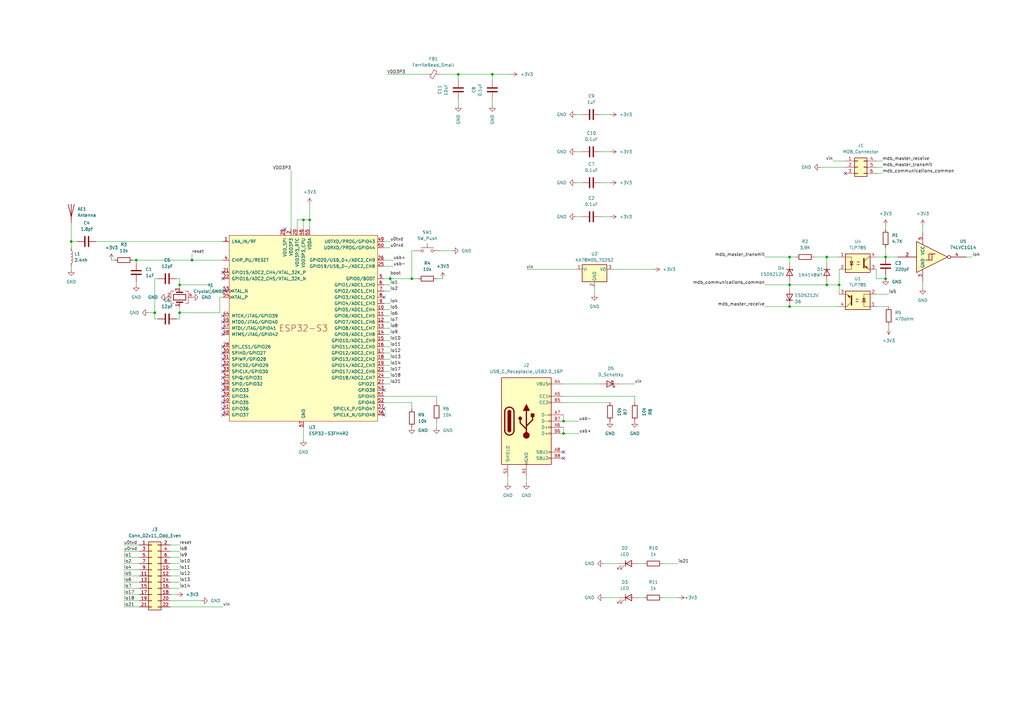
<source format=kicad_sch>
(kicad_sch (version 20250114) (generator "eeschema") (generator_version "9.0")
  (paper "A3")
  (lib_symbols
    (symbol "74xGxx:74LVC1G14"
      (property "Reference" "U" (at 0 3.81 0))
      (property "Value" "74LVC1G14" (at 0 -3.81 0))
      (symbol "74LVC1G14_1_1"
        (pin input line (at -15.24 0 0) (length 7.62) (name "~") (number "2"))
        (pin no_connect line (at -7.62 5.08 180) (length 5.08) (hide yes) (name "NC") (number "1"))
        (pin power_in line (at -5.08 10.16 270) (length 5.08) (name "VCC") (number "5"))
        (pin power_in line (at -5.08 -10.16 90) (length 5.08) (name "GND") (number "3"))
        (pin output inverted (at 12.7 0 180) (length 7.62) (name "~") (number "4"))
      )
    )
    (symbol "Connector:USB_C_Receptacle_USB2.0_16P" (pin_names (offset 1.016))
      (property "Reference" "J" (at 0 22.225 0))
      (property "Value" "USB_C_Receptacle_USB2.0_16P" (at 0 19.685 0))
      (symbol "USB_C_Receptacle_USB2.0_16P_1_1"
        (pin passive line (at -7.62 -22.86 90) (length 5.08) (name "SHIELD") (number "S1"))
        (pin passive line (at 0 -22.86 90) (length 5.08) (name "GND") (number "A1"))
        (pin passive line (at 0 -22.86 90) (length 5.08) (hide yes) (name "GND") (number "A12"))
        (pin passive line (at 0 -22.86 90) (length 5.08) (hide yes) (name "GND") (number "B1"))
        (pin passive line (at 0 -22.86 90) (length 5.08) (hide yes) (name "GND") (number "B12"))
        (pin passive line (at 15.24 15.24 180) (length 5.08) (name "VBUS") (number "A4"))
        (pin passive line (at 15.24 15.24 180) (length 5.08) (hide yes) (name "VBUS") (number "A9"))
        (pin passive line (at 15.24 15.24 180) (length 5.08) (hide yes) (name "VBUS") (number "B4"))
        (pin passive line (at 15.24 15.24 180) (length 5.08) (hide yes) (name "VBUS") (number "B9"))
        (pin bidirectional line (at 15.24 10.16 180) (length 5.08) (name "CC1") (number "A5"))
        (pin bidirectional line (at 15.24 7.62 180) (length 5.08) (name "CC2") (number "B5"))
        (pin bidirectional line (at 15.24 2.54 180) (length 5.08) (name "D-") (number "A7"))
        (pin bidirectional line (at 15.24 0 180) (length 5.08) (name "D-") (number "B7"))
        (pin bidirectional line (at 15.24 -2.54 180) (length 5.08) (name "D+") (number "A6"))
        (pin bidirectional line (at 15.24 -5.08 180) (length 5.08) (name "D+") (number "B6"))
        (pin bidirectional line (at 15.24 -12.7 180) (length 5.08) (name "SBU1") (number "A8"))
        (pin bidirectional line (at 15.24 -15.24 180) (length 5.08) (name "SBU2") (number "B8"))
      )
    )
    (symbol "Connector_Generic:Conn_02x03_Top_Bottom" (pin_names (offset 1.016) (hide yes))
      (property "Reference" "J" (at 1.27 5.08 0))
      (property "Value" "Conn_02x03_Top_Bottom" (at 1.27 -5.08 0))
      (symbol "Conn_02x03_Top_Bottom_1_1"
        (pin passive line (at -5.08 2.54 0) (length 3.81) (name "Pin_1") (number "1"))
        (pin passive line (at -5.08 0 0) (length 3.81) (name "Pin_2") (number "2"))
        (pin passive line (at -5.08 -2.54 0) (length 3.81) (name "Pin_3") (number "3"))
        (pin passive line (at 7.62 2.54 180) (length 3.81) (name "Pin_4") (number "4"))
        (pin passive line (at 7.62 0 180) (length 3.81) (name "Pin_5") (number "5"))
        (pin passive line (at 7.62 -2.54 180) (length 3.81) (name "Pin_6") (number "6"))
      )
    )
    (symbol "Connector_Generic:Conn_02x11_Odd_Even" (pin_names (offset 1.016) (hide yes))
      (property "Reference" "J" (at 1.27 15.24 0))
      (property "Value" "Conn_02x11_Odd_Even" (at 1.27 -15.24 0))
      (symbol "Conn_02x11_Odd_Even_1_1"
        (pin passive line (at -5.08 12.7 0) (length 3.81) (name "Pin_1") (number "1"))
        (pin passive line (at -5.08 10.16 0) (length 3.81) (name "Pin_3") (number "3"))
        (pin passive line (at -5.08 7.62 0) (length 3.81) (name "Pin_5") (number "5"))
        (pin passive line (at -5.08 5.08 0) (length 3.81) (name "Pin_7") (number "7"))
        (pin passive line (at -5.08 2.54 0) (length 3.81) (name "Pin_9") (number "9"))
        (pin passive line (at -5.08 0 0) (length 3.81) (name "Pin_11") (number "11"))
        (pin passive line (at -5.08 -2.54 0) (length 3.81) (name "Pin_13") (number "13"))
        (pin passive line (at -5.08 -5.08 0) (length 3.81) (name "Pin_15") (number "15"))
        (pin passive line (at -5.08 -7.62 0) (length 3.81) (name "Pin_17") (number "17"))
        (pin passive line (at -5.08 -10.16 0) (length 3.81) (name "Pin_19") (number "19"))
        (pin passive line (at -5.08 -12.7 0) (length 3.81) (name "Pin_21") (number "21"))
        (pin passive line (at 7.62 12.7 180) (length 3.81) (name "Pin_2") (number "2"))
        (pin passive line (at 7.62 10.16 180) (length 3.81) (name "Pin_4") (number "4"))
        (pin passive line (at 7.62 7.62 180) (length 3.81) (name "Pin_6") (number "6"))
        (pin passive line (at 7.62 5.08 180) (length 3.81) (name "Pin_8") (number "8"))
        (pin passive line (at 7.62 2.54 180) (length 3.81) (name "Pin_10") (number "10"))
        (pin passive line (at 7.62 0 180) (length 3.81) (name "Pin_12") (number "12"))
        (pin passive line (at 7.62 -2.54 180) (length 3.81) (name "Pin_14") (number "14"))
        (pin passive line (at 7.62 -5.08 180) (length 3.81) (name "Pin_16") (number "16"))
        (pin passive line (at 7.62 -7.62 180) (length 3.81) (name "Pin_18") (number "18"))
        (pin passive line (at 7.62 -10.16 180) (length 3.81) (name "Pin_20") (number "20"))
        (pin passive line (at 7.62 -12.7 180) (length 3.81) (name "Pin_22") (number "22"))
      )
    )
    (symbol "Device:Antenna" (pin_numbers (hide yes)) (pin_names (offset 1.016) (hide yes))
      (property "Reference" "AE" (at -1.905 1.905 0))
      (property "Value" "Antenna" (at -1.905 0 0))
      (symbol "Antenna_1_1"
        (pin input line (at 0 -5.08 90) (length 2.54) (name "A") (number "1"))
      )
    )
    (symbol "Device:C" (pin_numbers (hide yes)) (pin_names (offset 0.254))
      (property "Reference" "C" (at 0.635 2.54 0))
      (property "Value" "C" (at 0.635 -2.54 0))
      (symbol "C_1_1"
        (pin passive line (at 0 3.81 270) (length 2.794) (name "~") (number "1"))
        (pin passive line (at 0 -3.81 90) (length 2.794) (name "~") (number "2"))
      )
    )
    (symbol "Device:Crystal_GND24" (pin_names (offset 1.016) (hide yes))
      (property "Reference" "Y" (at 3.175 5.08 0))
      (property "Value" "Crystal_GND24" (at 3.175 3.175 0))
      (symbol "Crystal_GND24_1_1"
        (pin passive line (at -3.81 0 0) (length 1.27) (name "1") (number "1"))
        (pin passive line (at 0 5.08 270) (length 1.27) (name "2") (number "2"))
        (pin passive line (at 0 -5.08 90) (length 1.27) (name "4") (number "4"))
        (pin passive line (at 3.81 0 180) (length 1.27) (name "3") (number "3"))
      )
    )
    (symbol "Device:D_Schottky" (pin_numbers (hide yes)) (pin_names (offset 1.016) (hide yes))
      (property "Reference" "D" (at 0 2.54 0))
      (property "Value" "D_Schottky" (at 0 -2.54 0))
      (symbol "D_Schottky_1_1"
        (pin passive line (at -3.81 0 0) (length 2.54) (name "K") (number "1"))
        (pin passive line (at 3.81 0 180) (length 2.54) (name "A") (number "2"))
      )
    )
    (symbol "Device:FerriteBead_Small" (pin_numbers (hide yes)) (pin_names (offset 0))
      (property "Reference" "FB" (at 1.905 1.27 0))
      (property "Value" "FerriteBead_Small" (at 1.905 -1.27 0))
      (symbol "FerriteBead_Small_1_1"
        (pin passive line (at 0 2.54 270) (length 1.27) (name "~") (number "1"))
        (pin passive line (at 0 -2.54 90) (length 1.27) (name "~") (number "2"))
      )
    )
    (symbol "Device:L" (pin_numbers (hide yes)) (pin_names (offset 1.016) (hide yes))
      (property "Reference" "L" (at -1.27 0 90))
      (property "Value" "L" (at 1.905 0 90))
      (symbol "L_1_1"
        (pin passive line (at 0 3.81 270) (length 1.27) (name "1") (number "1"))
        (pin passive line (at 0 -3.81 90) (length 1.27) (name "2") (number "2"))
      )
    )
    (symbol "Device:LED" (pin_numbers (hide yes)) (pin_names (offset 1.016) (hide yes))
      (property "Reference" "D" (at 0 2.54 0))
      (property "Value" "LED" (at 0 -2.54 0))
      (symbol "LED_1_1"
        (pin passive line (at -3.81 0 0) (length 2.54) (name "K") (number "1"))
        (pin passive line (at 3.81 0 180) (length 2.54) (name "A") (number "2"))
      )
    )
    (symbol "Device:R" (pin_numbers (hide yes)) (pin_names (offset 0))
      (property "Reference" "R" (at 2.032 0 90))
      (property "Value" "R" (at 0 0 90))
      (symbol "R_1_1"
        (pin passive line (at 0 3.81 270) (length 1.27) (name "~") (number "1"))
        (pin passive line (at 0 -3.81 90) (length 1.27) (name "~") (number "2"))
      )
    )
    (symbol "Diode:1N4148WT" (pin_numbers (hide yes)) (pin_names (hide yes))
      (property "Reference" "D" (at 0 2.54 0))
      (property "Value" "1N4148WT" (at 0 -2.54 0))
      (symbol "1N4148WT_1_1"
        (pin passive line (at -3.81 0 0) (length 2.54) (name "K") (number "1"))
        (pin passive line (at 3.81 0 180) (length 2.54) (name "A") (number "2"))
      )
    )
    (symbol "Diode:ESD5Zxx" (pin_numbers (hide yes)) (pin_names (hide yes))
      (property "Reference" "D" (at 0 2.54 0))
      (property "Value" "ESD5Zxx" (at 0 -2.54 0))
      (symbol "ESD5Zxx_1_1"
        (pin passive line (at -3.81 0 0) (length 2.54) (name "K") (number "1"))
        (pin passive line (at 3.81 0 180) (length 2.54) (name "A") (number "2"))
      )
    )
    (symbol "Isolator:TLP785" (pin_names (offset 1.016))
      (property "Reference" "U" (at -5.08 5.08 0))
      (property "Value" "TLP785" (at 0 5.08 0))
      (symbol "TLP785_1_1"
        (pin passive line (at -7.62 2.54 0) (length 2.54) (name "~") (number "1"))
        (pin passive line (at -7.62 -2.54 0) (length 2.54) (name "~") (number "2"))
        (pin passive line (at 7.62 2.54 180) (length 2.54) (name "~") (number "4"))
        (pin passive line (at 7.62 -2.54 180) (length 2.54) (name "~") (number "3"))
      )
    )
    (symbol "PCM_Espressif:ESP32-S3" (pin_names (offset 1.016))
      (property "Reference" "U" (at -30.48 43.18 0))
      (property "Value" "ESP32-S3" (at -30.48 40.64 0))
      (symbol "ESP32-S3_0_0"
        (text "ESP32-S3" (at 0 0 0) (effects (font (size 2.54 2.54))))
        (pin bidirectional line (at 33.02 -33.02 180) (length 2.54) (name "SPICLK_P/GPIO47") (number "37"))
        (pin bidirectional line (at 33.02 -35.56 180) (length 2.54) (name "SPICLK_N/GPIO48") (number "36"))
      )
      (symbol "ESP32-S3_1_1"
        (pin bidirectional line (at -33.02 35.56 0) (length 2.54) (name "LNA_IN/RF") (number "1"))
        (pin input line (at -33.02 27.94 0) (length 2.54) (name "CHIP_PU/RESET") (number "4"))
        (pin bidirectional line (at -33.02 22.86 0) (length 2.54) (name "GPIO15/ADC2_CH4/XTAL_32K_P") (number "21"))
        (pin bidirectional line (at -33.02 20.32 0) (length 2.54) (name "GPIO16/ADC2_CH5/XTAL_32K_N") (number "22"))
        (pin input clock (at -33.02 15.24 0) (length 2.54) (name "XTAL_N") (number "53"))
        (pin output clock (at -33.02 12.7 0) (length 2.54) (name "XTAL_P") (number "54"))
        (pin bidirectional line (at -33.02 5.08 0) (length 2.54) (name "MTCK/JTAG/GPIO39") (number "44"))
        (pin bidirectional line (at -33.02 2.54 0) (length 2.54) (name "MTDO/JTAG/GPIO40") (number "45"))
        (pin bidirectional line (at -33.02 0 0) (length 2.54) (name "MTDI/JTAG/GPIO41") (number "47"))
        (pin bidirectional line (at -33.02 -2.54 0) (length 2.54) (name "MTMS/JTAG/GPIO42") (number "48"))
        (pin bidirectional line (at -33.02 -7.62 0) (length 2.54) (name "SPI_CS1/GPIO26") (number "28"))
        (pin bidirectional line (at -33.02 -10.16 0) (length 2.54) (name "SPIHD/GPIO27") (number "30"))
        (pin bidirectional line (at -33.02 -12.7 0) (length 2.54) (name "SPIWP/GPIO28") (number "31"))
        (pin bidirectional line (at -33.02 -15.24 0) (length 2.54) (name "SPICS0/GPIO29") (number "32"))
        (pin bidirectional line (at -33.02 -17.78 0) (length 2.54) (name "SPICLK/GPIO30") (number "33"))
        (pin bidirectional line (at -33.02 -20.32 0) (length 2.54) (name "SPIQ/GPIO31") (number "34"))
        (pin bidirectional line (at -33.02 -22.86 0) (length 2.54) (name "SPID/GPIO32") (number "35"))
        (pin bidirectional line (at -33.02 -25.4 0) (length 2.54) (name "GPIO33") (number "38"))
        (pin bidirectional line (at -33.02 -27.94 0) (length 2.54) (name "GPIO34") (number "39"))
        (pin bidirectional line (at -33.02 -30.48 0) (length 2.54) (name "GPIO35") (number "40"))
        (pin bidirectional line (at -33.02 -33.02 0) (length 2.54) (name "GPIO36") (number "41"))
        (pin bidirectional line (at -33.02 -35.56 0) (length 2.54) (name "GPIO37") (number "42"))
        (pin power_out line (at -7.62 40.64 270) (length 2.54) (name "VDD_SPI") (number "29"))
        (pin power_in line (at -5.08 40.64 270) (length 2.54) (name "VDD3P3") (number "2"))
        (pin power_in line (at -5.08 40.64 270) (length 2.54) (hide yes) (name "VDD3P3") (number "3"))
        (pin power_in line (at -2.54 40.64 270) (length 2.54) (name "VDD3P3_RTC") (number "20"))
        (pin power_in line (at 0 40.64 270) (length 2.54) (name "VDD3P3_CPU") (number "46"))
        (pin power_in line (at 0 -40.64 90) (length 2.54) (name "GND") (number "57"))
        (pin power_in line (at 2.54 40.64 270) (length 2.54) (name "VDDA") (number "55"))
        (pin passive line (at 2.54 40.64 270) (length 2.54) (hide yes) (name "VDDA") (number "56"))
        (pin bidirectional line (at 33.02 35.56 180) (length 2.54) (name "U0TXD/PROG/GPIO43") (number "49"))
        (pin bidirectional line (at 33.02 33.02 180) (length 2.54) (name "U0RXD/PROG/GPIO44") (number "50"))
        (pin bidirectional line (at 33.02 27.94 180) (length 2.54) (name "GPIO20/USB_D+/ADC2_CH9") (number "26"))
        (pin bidirectional line (at 33.02 25.4 180) (length 2.54) (name "GPIO19/USB_D-/ADC2_CH8") (number "25"))
        (pin bidirectional line (at 33.02 20.32 180) (length 2.54) (name "GPIO0/BOOT") (number "5"))
        (pin bidirectional line (at 33.02 17.78 180) (length 2.54) (name "GPIO1/ADC1_CH0") (number "6"))
        (pin bidirectional line (at 33.02 15.24 180) (length 2.54) (name "GPIO2/ADC1_CH1") (number "7"))
        (pin bidirectional line (at 33.02 12.7 180) (length 2.54) (name "GPIO3/ADC1_CH2") (number "8"))
        (pin bidirectional line (at 33.02 10.16 180) (length 2.54) (name "GPIO4/ADC1_CH3") (number "9"))
        (pin bidirectional line (at 33.02 7.62 180) (length 2.54) (name "GPIO5/ADC1_CH4") (number "10"))
        (pin bidirectional line (at 33.02 5.08 180) (length 2.54) (name "GPIO6/ADC1_CH5") (number "11"))
        (pin bidirectional line (at 33.02 2.54 180) (length 2.54) (name "GPIO7/ADC1_CH6") (number "12"))
        (pin bidirectional line (at 33.02 0 180) (length 2.54) (name "GPIO8/ADC1_CH7") (number "13"))
        (pin bidirectional line (at 33.02 -2.54 180) (length 2.54) (name "GPIO9/ADC1_CH8") (number "14"))
        (pin bidirectional line (at 33.02 -5.08 180) (length 2.54) (name "GPIO10/ADC1_CH9") (number "15"))
        (pin bidirectional line (at 33.02 -7.62 180) (length 2.54) (name "GPIO11/ADC2_CH0") (number "16"))
        (pin bidirectional line (at 33.02 -10.16 180) (length 2.54) (name "GPIO12/ADC2_CH1") (number "17"))
        (pin bidirectional line (at 33.02 -12.7 180) (length 2.54) (name "GPIO13/ADC2_CH2") (number "18"))
        (pin bidirectional line (at 33.02 -15.24 180) (length 2.54) (name "GPIO14/ADC2_CH3") (number "19"))
        (pin bidirectional line (at 33.02 -17.78 180) (length 2.54) (name "GPIO17/ADC2_CH6") (number "23"))
        (pin bidirectional line (at 33.02 -20.32 180) (length 2.54) (name "GPIO18/ADC2_CH7") (number "24"))
        (pin bidirectional line (at 33.02 -22.86 180) (length 2.54) (name "GPIO21") (number "27"))
        (pin bidirectional line (at 33.02 -25.4 180) (length 2.54) (name "GPIO38") (number "43"))
        (pin bidirectional line (at 33.02 -27.94 180) (length 2.54) (name "GPIO45") (number "51"))
        (pin bidirectional line (at 33.02 -30.48 180) (length 2.54) (name "GPIO46") (number "52"))
      )
    )
    (symbol "Regulator_Linear:KA78M05_TO252" (pin_names (offset 0.254))
      (property "Reference" "U" (at -3.81 3.175 0))
      (property "Value" "KA78M05_TO252" (at 0 3.175 0))
      (symbol "KA78M05_TO252_1_1"
        (pin power_in line (at -7.62 0 0) (length 2.54) (name "VI") (number "1"))
        (pin power_in line (at 0 -7.62 90) (length 2.54) (name "GND") (number "2"))
        (pin power_out line (at 7.62 0 180) (length 2.54) (name "VO") (number "3"))
      )
    )
    (symbol "Switch:SW_Push" (pin_numbers (hide yes)) (pin_names (offset 1.016) (hide yes))
      (property "Reference" "SW" (at 1.27 2.54 0))
      (property "Value" "SW_Push" (at 0 -1.524 0))
      (symbol "SW_Push_0_1"
        (pin passive line (at -5.08 0 0) (length 2.54) (name "1") (number "1"))
        (pin passive line (at 5.08 0 180) (length 2.54) (name "2") (number "2"))
      )
    )
    (symbol "power:+3V3" (power) (pin_names (offset 0))
      (property "Value" "+3V3" (at 0 3.556 0))
      (symbol "+3V3_1_1"
        (pin power_in line (at 0 0 90) (length 0) (hide yes) (name "+3V3") (number "1"))
      )
    )
    (symbol "power:GND" (power) (pin_names (offset 0))
      (property "Value" "GND" (at 0 -3.81 0))
      (symbol "GND_1_1"
        (pin power_in line (at 0 0 270) (length 0) (hide yes) (name "GND") (number "1"))
      )
    )
  )
  (text_box "VMC_" (at 492.76 147.32 0) (size 90.17 100.33) (margins 0.9525 0.9525 0.9525 0.9525) (effects (font (size 1.27 1.27)) (justify left top)))
  (junction (at 160.02 114.3))
  (junction (at 168.91 114.3))
  (junction (at 78.74 106.68))
  (junction (at 231.14 177.8))
  (junction (at 363.22 114.3))
  (junction (at 73.66 128.27))
  (junction (at 73.66 116.84))
  (junction (at 127 90.17))
  (junction (at 363.22 105.41))
  (junction (at 63.5 128.27))
  (junction (at 323.85 116.84))
  (junction (at 231.14 172.72))
  (junction (at 323.85 105.41))
  (junction (at 201.93 30.48))
  (junction (at 323.85 125.73))
  (junction (at 339.09 105.41))
  (junction (at 55.88 106.68))
  (junction (at 29.21 99.06))
  (junction (at 187.96 30.48))
  (junction (at 339.09 116.84))
  (junction (at 124.46 90.17))
  (junction (at 344.17 116.84))
  (no_connect (at 231.14 185.42))
  (no_connect (at 91.44 160.02))
  (no_connect (at 346.71 71.12))
  (no_connect (at 231.14 187.96))
  (no_connect (at 91.44 142.24))
  (no_connect (at 91.44 162.56))
  (no_connect (at 91.44 134.62))
  (no_connect (at 91.44 149.86))
  (no_connect (at 91.44 114.3))
  (no_connect (at 91.44 170.18))
  (no_connect (at 91.44 147.32))
  (no_connect (at 91.44 154.94))
  (no_connect (at 116.84 93.98))
  (no_connect (at 91.44 132.08))
  (no_connect (at 91.44 137.16))
  (no_connect (at 91.44 111.76))
  (no_connect (at 91.44 167.64))
  (no_connect (at 91.44 157.48))
  (no_connect (at 157.48 160.02))
  (no_connect (at 157.48 170.18))
  (no_connect (at 91.44 152.4))
  (no_connect (at 157.48 121.92))
  (no_connect (at 91.44 165.1))
  (no_connect (at 91.44 144.78))
  (no_connect (at 91.44 129.54))
  (no_connect (at 157.48 167.64))
  (wire (pts (xy 170.18 102.87) (xy 168.91 102.87)))
  (wire (pts (xy 313.69 116.84) (xy 323.85 116.84)))
  (wire (pts (xy 69.85 243.84) (xy 72.39 243.84)))
  (wire (pts (xy 157.48 162.56) (xy 179.07 162.56)))
  (wire (pts (xy 313.69 105.41) (xy 323.85 105.41)))
  (wire (pts (xy 250.19 46.99) (xy 246.38 46.99)))
  (wire (pts (xy 215.9 198.12) (xy 215.9 195.58)))
  (wire (pts (xy 278.13 245.11) (xy 271.78 245.11)))
  (wire (pts (xy 359.41 71.12) (xy 361.95 71.12)))
  (wire (pts (xy 91.44 119.38) (xy 86.36 119.38)))
  (wire (pts (xy 63.5 130.81) (xy 64.77 130.81)))
  (wire (pts (xy 339.09 116.84) (xy 344.17 116.84)))
  (wire (pts (xy 73.66 231.14) (xy 69.85 231.14)))
  (wire (pts (xy 50.8 248.92) (xy 57.15 248.92)))
  (wire (pts (xy 231.14 162.56) (xy 260.35 162.56)))
  (wire (pts (xy 344.17 116.84) (xy 344.17 120.65)))
  (wire (pts (xy 364.49 133.35) (xy 364.49 134.62)))
  (wire (pts (xy 29.21 99.06) (xy 31.75 99.06)))
  (wire (pts (xy 157.48 129.54) (xy 160.02 129.54)))
  (wire (pts (xy 323.85 125.73) (xy 344.17 125.73)))
  (wire (pts (xy 236.22 88.9) (xy 238.76 88.9)))
  (wire (pts (xy 72.39 130.81) (xy 73.66 130.81)))
  (wire (pts (xy 73.66 238.76) (xy 69.85 238.76)))
  (wire (pts (xy 157.48 157.48) (xy 160.02 157.48)))
  (wire (pts (xy 55.88 107.95) (xy 55.88 106.68)))
  (wire (pts (xy 72.39 114.3) (xy 73.66 114.3)))
  (wire (pts (xy 201.93 30.48) (xy 201.93 33.02)))
  (wire (pts (xy 334.01 105.41) (xy 339.09 105.41)))
  (wire (pts (xy 73.66 226.06) (xy 69.85 226.06)))
  (wire (pts (xy 158.75 30.48) (xy 175.26 30.48)))
  (wire (pts (xy 78.74 106.68) (xy 91.44 106.68)))
  (wire (pts (xy 157.48 106.68) (xy 161.29 106.68)))
  (wire (pts (xy 251.46 110.49) (xy 267.97 110.49)))
  (wire (pts (xy 90.17 128.27) (xy 90.17 121.92)))
  (wire (pts (xy 119.38 69.85) (xy 119.38 93.98)))
  (wire (pts (xy 54.61 106.68) (xy 55.88 106.68)))
  (wire (pts (xy 157.48 147.32) (xy 160.02 147.32)))
  (wire (pts (xy 157.48 119.38) (xy 160.02 119.38)))
  (wire (pts (xy 50.8 241.3) (xy 57.15 241.3)))
  (wire (pts (xy 157.48 114.3) (xy 160.02 114.3)))
  (wire (pts (xy 160.02 113.03) (xy 160.02 114.3)))
  (wire (pts (xy 63.5 128.27) (xy 63.5 130.81)))
  (wire (pts (xy 157.48 165.1) (xy 168.91 165.1)))
  (wire (pts (xy 73.66 130.81) (xy 73.66 128.27)))
  (wire (pts (xy 168.91 102.87) (xy 168.91 114.3)))
  (wire (pts (xy 187.96 43.18) (xy 187.96 40.64)))
  (wire (pts (xy 82.55 246.38) (xy 69.85 246.38)))
  (wire (pts (xy 201.93 30.48) (xy 187.96 30.48)))
  (wire (pts (xy 55.88 106.68) (xy 78.74 106.68)))
  (wire (pts (xy 73.66 233.68) (xy 69.85 233.68)))
  (wire (pts (xy 29.21 99.06) (xy 29.21 101.6)))
  (wire (pts (xy 208.28 195.58) (xy 208.28 198.12)))
  (wire (pts (xy 73.66 241.3) (xy 69.85 241.3)))
  (wire (pts (xy 124.46 175.26) (xy 124.46 180.34)))
  (wire (pts (xy 254 245.11) (xy 247.65 245.11)))
  (wire (pts (xy 339.09 105.41) (xy 344.17 105.41)))
  (wire (pts (xy 50.8 233.68) (xy 57.15 233.68)))
  (wire (pts (xy 157.48 149.86) (xy 160.02 149.86)))
  (wire (pts (xy 124.46 93.98) (xy 124.46 90.17)))
  (wire (pts (xy 168.91 167.64) (xy 168.91 165.1)))
  (wire (pts (xy 236.22 62.23) (xy 238.76 62.23)))
  (wire (pts (xy 157.48 137.16) (xy 160.02 137.16)))
  (wire (pts (xy 250.19 62.23) (xy 246.38 62.23)))
  (wire (pts (xy 187.96 30.48) (xy 187.96 33.02)))
  (wire (pts (xy 86.36 119.38) (xy 86.36 116.84)))
  (wire (pts (xy 359.41 110.49) (xy 359.41 114.3)))
  (wire (pts (xy 323.85 118.11) (xy 323.85 116.84)))
  (wire (pts (xy 50.8 243.84) (xy 57.15 243.84)))
  (wire (pts (xy 29.21 109.22) (xy 29.21 110.49)))
  (wire (pts (xy 46.99 106.68) (xy 45.72 106.68)))
  (wire (pts (xy 29.21 91.44) (xy 29.21 99.06)))
  (wire (pts (xy 73.66 116.84) (xy 86.36 116.84)))
  (wire (pts (xy 359.41 105.41) (xy 363.22 105.41)))
  (wire (pts (xy 121.92 93.98) (xy 121.92 90.17)))
  (wire (pts (xy 157.48 124.46) (xy 160.02 124.46)))
  (wire (pts (xy 215.9 110.49) (xy 236.22 110.49)))
  (wire (pts (xy 50.8 238.76) (xy 57.15 238.76)))
  (wire (pts (xy 243.84 118.11) (xy 243.84 120.65)))
  (wire (pts (xy 339.09 105.41) (xy 339.09 107.95)))
  (wire (pts (xy 179.07 172.72) (xy 179.07 175.26)))
  (wire (pts (xy 50.8 226.06) (xy 57.15 226.06)))
  (wire (pts (xy 55.88 116.84) (xy 55.88 115.57)))
  (wire (pts (xy 250.19 74.93) (xy 246.38 74.93)))
  (wire (pts (xy 73.66 223.52) (xy 69.85 223.52)))
  (wire (pts (xy 236.22 74.93) (xy 238.76 74.93)))
  (wire (pts (xy 179.07 114.3) (xy 181.61 114.3)))
  (wire (pts (xy 63.5 114.3) (xy 63.5 128.27)))
  (wire (pts (xy 127 83.82) (xy 127 90.17)))
  (wire (pts (xy 50.8 231.14) (xy 57.15 231.14)))
  (wire (pts (xy 180.34 102.87) (xy 185.42 102.87)))
  (wire (pts (xy 127 90.17) (xy 127 93.98)))
  (wire (pts (xy 157.48 152.4) (xy 160.02 152.4)))
  (wire (pts (xy 160.02 142.24) (xy 157.48 142.24)))
  (wire (pts (xy 50.8 236.22) (xy 57.15 236.22)))
  (wire (pts (xy 339.09 115.57) (xy 339.09 116.84)))
  (wire (pts (xy 323.85 115.57) (xy 323.85 116.84)))
  (wire (pts (xy 231.14 165.1) (xy 250.19 165.1)))
  (wire (pts (xy 363.22 105.41) (xy 368.3 105.41)))
  (wire (pts (xy 171.45 114.3) (xy 168.91 114.3)))
  (wire (pts (xy 254 231.14) (xy 247.65 231.14)))
  (wire (pts (xy 73.66 236.22) (xy 69.85 236.22)))
  (wire (pts (xy 359.41 68.58) (xy 361.95 68.58)))
  (wire (pts (xy 363.22 113.03) (xy 363.22 114.3)))
  (wire (pts (xy 209.55 30.48) (xy 201.93 30.48)))
  (wire (pts (xy 73.66 118.11) (xy 73.66 116.84)))
  (wire (pts (xy 91.44 248.92) (xy 69.85 248.92)))
  (wire (pts (xy 73.66 228.6) (xy 69.85 228.6)))
  (wire (pts (xy 264.16 245.11) (xy 261.62 245.11)))
  (wire (pts (xy 73.66 128.27) (xy 73.66 125.73)))
  (wire (pts (xy 201.93 43.18) (xy 201.93 40.64)))
  (wire (pts (xy 160.02 114.3) (xy 168.91 114.3)))
  (wire (pts (xy 50.8 246.38) (xy 57.15 246.38)))
  (wire (pts (xy 231.14 175.26) (xy 231.14 177.8)))
  (wire (pts (xy 157.48 116.84) (xy 160.02 116.84)))
  (wire (pts (xy 341.63 66.04) (xy 346.71 66.04)))
  (wire (pts (xy 157.48 139.7) (xy 160.02 139.7)))
  (wire (pts (xy 50.8 228.6) (xy 57.15 228.6)))
  (wire (pts (xy 359.41 120.65) (xy 364.49 120.65)))
  (wire (pts (xy 231.14 172.72) (xy 237.49 172.72)))
  (wire (pts (xy 157.48 154.94) (xy 160.02 154.94)))
  (wire (pts (xy 323.85 116.84) (xy 339.09 116.84)))
  (wire (pts (xy 378.46 115.57) (xy 378.46 118.11)))
  (wire (pts (xy 336.55 68.58) (xy 346.71 68.58)))
  (wire (pts (xy 313.69 125.73) (xy 323.85 125.73)))
  (wire (pts (xy 378.46 92.71) (xy 378.46 95.25)))
  (wire (pts (xy 187.96 30.48) (xy 180.34 30.48)))
  (wire (pts (xy 90.17 121.92) (xy 91.44 121.92)))
  (wire (pts (xy 323.85 105.41) (xy 323.85 107.95)))
  (wire (pts (xy 396.24 105.41) (xy 398.78 105.41)))
  (wire (pts (xy 254 157.48) (xy 260.35 157.48)))
  (wire (pts (xy 264.16 231.14) (xy 261.62 231.14)))
  (wire (pts (xy 157.48 134.62) (xy 160.02 134.62)))
  (wire (pts (xy 363.22 92.71) (xy 363.22 93.98)))
  (wire (pts (xy 63.5 114.3) (xy 64.77 114.3)))
  (wire (pts (xy 157.48 132.08) (xy 160.02 132.08)))
  (wire (pts (xy 157.48 99.06) (xy 160.02 99.06)))
  (wire (pts (xy 179.07 162.56) (xy 179.07 165.1)))
  (wire (pts (xy 73.66 128.27) (xy 90.17 128.27)))
  (wire (pts (xy 363.22 101.6) (xy 363.22 105.41)))
  (wire (pts (xy 157.48 144.78) (xy 160.02 144.78)))
  (wire (pts (xy 73.66 114.3) (xy 73.66 116.84)))
  (wire (pts (xy 121.92 90.17) (xy 124.46 90.17)))
  (wire (pts (xy 157.48 127) (xy 160.02 127)))
  (wire (pts (xy 157.48 101.6) (xy 160.02 101.6)))
  (wire (pts (xy 359.41 66.04) (xy 361.95 66.04)))
  (wire (pts (xy 39.37 99.06) (xy 91.44 99.06)))
  (wire (pts (xy 78.74 104.14) (xy 78.74 106.68)))
  (wire (pts (xy 231.14 170.18) (xy 231.14 172.72)))
  (wire (pts (xy 50.8 223.52) (xy 57.15 223.52)))
  (wire (pts (xy 250.19 88.9) (xy 246.38 88.9)))
  (wire (pts (xy 344.17 110.49) (xy 344.17 116.84)))
  (wire (pts (xy 359.41 114.3) (xy 363.22 114.3)))
  (wire (pts (xy 231.14 157.48) (xy 246.38 157.48)))
  (wire (pts (xy 236.22 46.99) (xy 238.76 46.99)))
  (wire (pts (xy 60.96 128.27) (xy 63.5 128.27)))
  (wire (pts (xy 231.14 177.8) (xy 237.49 177.8)))
  (wire (pts (xy 260.35 162.56) (xy 260.35 165.1)))
  (wire (pts (xy 359.41 125.73) (xy 364.49 125.73)))
  (wire (pts (xy 323.85 105.41) (xy 326.39 105.41)))
  (wire (pts (xy 124.46 90.17) (xy 127 90.17)))
  (wire (pts (xy 278.13 231.14) (xy 271.78 231.14)))
  (wire (pts (xy 157.48 109.22) (xy 161.29 109.22)))
  (label "u0txd" (at 160.02 99.06 0))
  (label "reset" (at 78.74 104.14 0))
  (label "io18" (at 50.8 246.38 0))
  (label "usb+" (at 161.29 106.68 0))
  (label "vin" (at 260.35 157.48 0))
  (label "io1" (at 50.8 228.6 0))
  (label "vin" (at 215.9 110.49 0))
  (label "usb+" (at 237.49 177.8 0))
  (label "VDD3P3" (at 119.38 69.85 180))
  (label "reset" (at 73.66 223.52 0))
  (label "boot" (at 160.02 113.03 0))
  (label "io5" (at 50.8 236.22 0))
  (label "io7" (at 50.8 241.3 0))
  (label "io4" (at 398.78 105.41 0))
  (label "io5" (at 364.49 120.65 0))
  (label "usb-" (at 161.29 109.22 0))
  (label "io9" (at 160.02 137.16 0))
  (label "io2" (at 160.02 119.38 0))
  (label "io14" (at 73.66 241.3 0))
  (label "usb-" (at 237.49 172.72 0))
  (label "io17" (at 50.8 243.84 0))
  (label "io1" (at 160.02 116.84 0))
  (label "io12" (at 160.02 144.78 0))
  (label "mdb_master_receive" (at 313.69 125.73 180))
  (label "io13" (at 160.02 147.32 0))
  (label "mdb_master_transmit" (at 313.69 105.41 180))
  (label "io14" (at 160.02 149.86 0))
  (label "io4" (at 50.8 233.68 0))
  (label "mdb_master_receive" (at 361.95 66.04 0))
  (label "mdb_communications_common" (at 361.95 71.12 0))
  (label "io12" (at 73.66 236.22 0))
  (label "io10" (at 160.02 139.7 0))
  (label "io6" (at 160.02 129.54 0))
  (label "u0rxd" (at 160.02 101.6 0))
  (label "io8" (at 160.02 134.62 0))
  (label "io6" (at 50.8 238.76 0))
  (label "io2" (at 50.8 231.14 0))
  (label "io4" (at 160.02 124.46 0))
  (label "io11" (at 160.02 142.24 0))
  (label "io21" (at 278.13 231.14 0))
  (label "VDD3P3" (at 158.75 30.48 0))
  (label "io11" (at 73.66 233.68 0))
  (label "io21" (at 160.02 157.48 0))
  (label "io18" (at 160.02 154.94 0))
  (label "io7" (at 160.02 132.08 0))
  (label "io10" (at 73.66 231.14 0))
  (label "io5" (at 160.02 127 0))
  (label "mdb_master_transmit" (at 361.95 68.58 0))
  (label "io17" (at 160.02 152.4 0))
  (label "u0txd" (at 50.8 223.52 0))
  (label "io21" (at 50.8 248.92 0))
  (label "io9" (at 73.66 228.6 0))
  (label "u0rxd" (at 50.8 226.06 0))
  (label "io13" (at 73.66 238.76 0))
  (label "vin" (at 341.63 66.04 180))
  (label "vin" (at 91.44 248.92 0))
  (label "mdb_communications_common" (at 313.69 116.84 180))
  (label "io8" (at 73.66 226.06 0))
  (symbol (lib_id "Diode:1N4148WT") (at 339.09 111.76 270) (unit 1)
    (property "Reference" "D1" (at 335.026 110.49 90) (effects (justify left)))
    (property "Value" "1N4148WT" (at 327.406 112.776 90) (effects (justify left)))
    (property "Footprint" "Diode_SMD:D_SOD-523" (effects (hide yes)))
    (property "Datasheet" "https://www.diodes.com/assets/Datasheets/ds30396.pdf" (effects (hide yes)))
    (property "Description" "75V 0.15A Fast switching Diode, SOD-523" (effects (hide yes)))
    (property "Sim.Device" "D" (effects (hide yes)))
    (property "Sim.Pins" "1=K 2=A" (effects (hide yes)))
  )
  (symbol (lib_id "power:GND") (at 124.46 180.34 0) (unit 1)
    (property "Reference" "#PWR026" (effects (hide yes)))
    (property "Value" "GND" (at 124.46 185.42 0))
  )
  (symbol (lib_id "power:+3V3") (at 363.22 92.71 0) (unit 1)
    (property "Reference" "#PWR012" (effects (hide yes)))
    (property "Value" "+3V3" (at 363.22 87.63 0))
  )
  (symbol (lib_id "power:+3V3") (at 72.39 243.84 270) (unit 1)
    (property "Reference" "#PWR030" (effects (hide yes)))
    (property "Value" "+3V3" (at 76.2 243.84 90) (effects (justify left)))
  )
  (symbol (lib_id "power:+3V3") (at 364.49 134.62 180) (unit 1)
    (property "Reference" "#PWR019" (effects (hide yes)))
    (property "Value" "+3V3" (at 364.49 139.7 0))
  )
  (symbol (lib_id "power:GND") (at 82.55 246.38 90) (unit 1)
    (property "Reference" "#PWR033" (effects (hide yes)))
    (property "Value" "GND" (at 86.36 246.38 90) (effects (justify right)))
  )
  (symbol (lib_id "power:+3V3") (at 278.13 245.11 270) (unit 1)
    (property "Reference" "#PWR032" (effects (hide yes)))
    (property "Value" "+3V3" (at 280.67 245.11 90) (effects (justify left)))
  )
  (symbol (lib_id "Device:C") (at 201.93 36.83 180) (unit 1)
    (property "Reference" "C8" (at 194.31 36.83 90))
    (property "Value" "0.1uF" (at 196.85 36.83 90))
    (property "Footprint" "Capacitor_SMD:C_0603_1608Metric" (effects (hide yes)))
    (property "LCSC#" "C5137636" (effects (hide yes)))
  )
  (symbol (lib_id "Isolator:TLP785") (at 351.79 107.95 0) (unit 1)
    (property "Reference" "U4" (at 351.79 99.06 0))
    (property "Value" "TLP785" (at 351.79 101.6 0))
    (property "Footprint" "Package_DIP:SMDIP-4_W7.62mm" (effects (hide yes)))
    (property "Datasheet" "https://toshiba.semicon-storage.com/info/docget.jsp?did=10569&prodName=TLP785" (effects (hide yes)))
    (property "Description" "DC Optocoupler, Vce 80V, CTR 50-200%, DIP4" (effects (hide yes)))
    (property "LCSC#" "C41383960" (effects (hide yes)))
  )
  (symbol (lib_id "Device:R") (at 364.49 129.54 180) (unit 1)
    (property "Reference" "R5" (at 367.03 128.2699 0) (effects (justify right)))
    (property "Value" "470ohm" (at 367.03 130.8099 0) (effects (justify right)))
    (property "Footprint" "Resistor_SMD:R_0603_1608Metric" (effects (hide yes)))
    (property "Description" "Resistor" (effects (hide yes)))
    (property "LCSC#" "C114669" (effects (hide yes)))
  )
  (symbol (lib_id "power:+3V3") (at 250.19 62.23 270) (unit 1)
    (property "Reference" "#PWR039" (effects (hide yes)))
    (property "Value" "+3V3" (at 254 62.2299 90) (effects (justify left)))
  )
  (symbol (lib_id "power:GND") (at 78.74 121.92 90) (unit 1)
    (property "Reference" "#PWR05" (effects (hide yes)))
    (property "Value" "GND" (at 82.55 121.9199 90) (effects (justify right)))
  )
  (symbol (lib_id "Switch:SW_Push") (at 175.26 102.87 0) (unit 1)
    (property "Reference" "SW1" (at 175.26 95.25 0))
    (property "Value" "SW_Push" (at 175.26 97.79 0))
    (property "Footprint" "Button_Switch_SMD:SW_Tactile_SPST_NO_Straight_CK_PTS636Sx25SMTRLFS" (effects (hide yes)))
    (property "LCSC#" "C42435421" (effects (hide yes)))
  )
  (symbol (lib_id "power:+3V3") (at 181.61 114.3 0) (unit 1)
    (property "Reference" "#PWR017" (effects (hide yes)))
    (property "Value" "+3V3" (at 181.61 109.22 0))
  )
  (symbol (lib_id "power:GND") (at 55.88 116.84 0) (unit 1)
    (property "Reference" "#PWR06" (effects (hide yes)))
    (property "Value" "GND" (at 55.88 121.92 0))
  )
  (symbol (lib_id "power:+3V3") (at 45.72 106.68 0) (unit 1)
    (property "Reference" "#PWR014" (effects (hide yes)))
    (property "Value" "+3V3" (at 45.72 101.6 0))
  )
  (symbol (lib_id "power:GND") (at 363.22 114.3 0) (unit 1)
    (property "Reference" "#PWR016" (effects (hide yes)))
    (property "Value" "GND" (at 365.76 115.5699 0) (effects (justify left)))
  )
  (symbol (lib_id "power:GND") (at 378.46 118.11 0) (unit 1)
    (property "Reference" "#PWR08" (effects (hide yes)))
    (property "Value" "GND" (at 378.46 123.19 0))
  )
  (symbol (lib_id "Connector:USB_C_Receptacle_USB2.0_16P") (at 215.9 172.72 0) (unit 1)
    (property "Reference" "J2" (at 215.9 149.86 0))
    (property "Value" "USB_C_Receptacle_USB2.0_16P" (at 215.9 152.4 0))
    (property "Footprint" "Connector_USB:USB_C_Receptacle_G-Switch_GT-USB-7010ASV" (effects (hide yes)))
    (property "Datasheet" "https://www.usb.org/sites/default/files/documents/usb_type-c.zip" (effects (hide yes)))
    (property "Description" "USB 2.0-only 16P Type-C Receptacle connector" (effects (hide yes)))
    (property "LCSC#" "C2988369" (effects (hide yes)))
  )
  (symbol (lib_id "power:GND") (at 247.65 245.11 270) (unit 1)
    (property "Reference" "#PWR031" (effects (hide yes)))
    (property "Value" "GND" (at 243.84 245.11 90) (effects (justify right)))
  )
  (symbol (lib_id "Connector_Generic:Conn_02x11_Odd_Even") (at 62.23 236.22 0) (unit 1)
    (property "Reference" "J3" (at 63.5 217.17 0))
    (property "Value" "Conn_02x11_Odd_Even" (at 63.5 219.71 0))
    (property "Footprint" "Connector_PinHeader_2.54mm:PinHeader_2x11_P2.54mm_Vertical" (effects (hide yes)))
    (property "Description" "Generic connector, double row, 02x11, odd/even pin numbering scheme (row 1 odd numbers, row 2 even numbers), script generated (kicad-library-utils/schlib/autogen/connector/)" (effects (hide yes)))
    (property "LCSC#" "C41375952" (effects (hide yes)))
  )
  (symbol (lib_id "Device:R") (at 267.97 245.11 90) (unit 1)
    (property "Reference" "R11" (at 267.97 238.76 90))
    (property "Value" "1k" (at 267.97 241.3 90))
    (property "Footprint" "Resistor_SMD:R_0603_1608Metric" (effects (hide yes)))
    (property "LCSC#" "C2907113" (effects (hide yes)))
  )
  (symbol (lib_id "power:+3V3") (at 127 83.82 0) (unit 1)
    (property "Reference" "#PWR011" (effects (hide yes)))
    (property "Value" "+3V3" (at 127 78.74 0))
  )
  (symbol (lib_id "power:+3V3") (at 250.19 74.93 270) (unit 1)
    (property "Reference" "#PWR020" (effects (hide yes)))
    (property "Value" "+3V3" (at 254 74.9299 90) (effects (justify left)))
  )
  (symbol (lib_id "Device:R") (at 260.35 168.91 0) (unit 1)
    (property "Reference" "R8" (at 266.7 168.91 90))
    (property "Value" "10k" (at 264.16 168.91 90))
    (property "Footprint" "Resistor_SMD:R_0603_1608Metric" (effects (hide yes)))
    (property "LCSC#" "C98220" (effects (hide yes)))
  )
  (symbol (lib_id "power:GND") (at 29.21 110.49 0) (unit 1)
    (property "Reference" "#PWR015" (effects (hide yes)))
    (property "Value" "GND" (at 29.21 115.57 0))
  )
  (symbol (lib_id "power:GND") (at 247.65 231.14 270) (unit 1)
    (property "Reference" "#PWR029" (effects (hide yes)))
    (property "Value" "GND" (at 243.84 231.14 90) (effects (justify right)))
  )
  (symbol (lib_id "Device:C") (at 363.22 109.22 0) (unit 1)
    (property "Reference" "C3" (at 367.03 107.9499 0) (effects (justify left)))
    (property "Value" "220pF" (at 367.03 110.4899 0) (effects (justify left)))
    (property "Footprint" "Capacitor_SMD:C_0603_1608Metric" (effects (hide yes)))
    (property "LCSC#" "C5137636" (effects (hide yes)))
  )
  (symbol (lib_id "Device:R") (at 175.26 114.3 90) (unit 1)
    (property "Reference" "R4" (at 175.26 107.95 90))
    (property "Value" "10k" (at 175.26 110.49 90))
    (property "Footprint" "Resistor_SMD:R_0603_1608Metric" (effects (hide yes)))
    (property "LCSC#" "C98220" (effects (hide yes)))
  )
  (symbol (lib_id "power:GND") (at 179.07 175.26 0) (unit 1)
    (property "Reference" "#PWR025" (effects (hide yes)))
    (property "Value" "GND" (at 181.61 176.53 0) (effects (justify left)))
  )
  (symbol (lib_id "power:GND") (at 236.22 88.9 270) (unit 1)
    (property "Reference" "#PWR09" (effects (hide yes)))
    (property "Value" "GND" (at 232.41 88.8999 90) (effects (justify right)))
  )
  (symbol (lib_id "Device:R") (at 250.19 168.91 0) (unit 1)
    (property "Reference" "R7" (at 256.54 168.91 90))
    (property "Value" "10k" (at 254 168.91 90))
    (property "Footprint" "Resistor_SMD:R_0603_1608Metric" (effects (hide yes)))
    (property "LCSC#" "C98220" (effects (hide yes)))
  )
  (symbol (lib_id "Device:R") (at 363.22 97.79 180) (unit 1)
    (property "Reference" "R1" (at 365.76 96.5199 0) (effects (justify right)))
    (property "Value" "4.7K" (at 365.76 99.0599 0) (effects (justify right)))
    (property "Footprint" "Resistor_SMD:R_0603_1608Metric" (effects (hide yes)))
    (property "Description" "Resistor" (effects (hide yes)))
    (property "LCSC#" "C98220" (effects (hide yes)))
  )
  (symbol (lib_id "Device:C") (at 55.88 111.76 0) (unit 1)
    (property "Reference" "C1" (at 59.69 110.4899 0) (effects (justify left)))
    (property "Value" "1uF" (at 59.69 113.0299 0) (effects (justify left)))
    (property "Footprint" "Capacitor_SMD:C_0603_1608Metric" (effects (hide yes)))
    (property "LCSC#" "C6119849" (effects (hide yes)))
  )
  (symbol (lib_id "power:GND") (at 250.19 172.72 0) (unit 1)
    (property "Reference" "#PWR022" (effects (hide yes)))
    (property "Value" "GND" (at 250.19 177.8 0))
  )
  (symbol (lib_id "Device:C") (at 187.96 36.83 180) (unit 1)
    (property "Reference" "C11" (at 180.34 36.83 90))
    (property "Value" "10uF" (at 182.88 36.83 90))
    (property "Footprint" "Capacitor_SMD:C_0603_1608Metric" (effects (hide yes)))
    (property "LCSC#" "C6119864" (effects (hide yes)))
  )
  (symbol (lib_id "Device:C") (at 68.58 130.81 90) (unit 1)
    (property "Reference" "C6" (at 68.58 123.19 90))
    (property "Value" "12pF" (at 68.58 125.73 90))
    (property "Footprint" "Capacitor_SMD:C_0603_1608Metric" (effects (hide yes)))
    (property "LCSC#" "C363546" (effects (hide yes)))
  )
  (symbol (lib_id "Device:R") (at 267.97 231.14 90) (unit 1)
    (property "Reference" "R10" (at 267.97 224.79 90))
    (property "Value" "1k" (at 267.97 227.33 90))
    (property "Footprint" "Resistor_SMD:R_0603_1608Metric" (effects (hide yes)))
    (property "LCSC#" "C2907113" (effects (hide yes)))
  )
  (symbol (lib_id "power:GND") (at 260.35 172.72 0) (unit 1)
    (property "Reference" "#PWR023" (effects (hide yes)))
    (property "Value" "GND" (at 260.35 177.8 0))
  )
  (symbol (lib_id "power:+3V3") (at 209.55 30.48 270) (unit 1)
    (property "Reference" "#PWR07" (effects (hide yes)))
    (property "Value" "+3V3" (at 213.36 30.4799 90) (effects (justify left)))
  )
  (symbol (lib_id "power:+3V3") (at 250.19 46.99 270) (unit 1)
    (property "Reference" "#PWR037" (effects (hide yes)))
    (property "Value" "+3V3" (at 254 46.9899 90) (effects (justify left)))
  )
  (symbol (lib_id "Diode:ESD5Zxx") (at 323.85 111.76 270) (unit 1)
    (property "Reference" "D4" (at 319.024 109.982 90) (effects (justify left)))
    (property "Value" "ESD5Z12V" (at 311.912 112.522 90) (effects (justify left)))
    (property "Footprint" "Diode_SMD:D_SOD-523" (effects (hide yes)))
    (property "Datasheet" "https://www.onsemi.com/pdf/datasheet/esd5z2.5t1-d.pdf" (effects (hide yes)))
    (property "Description" "ESD Protection Diode, SOD-523" (effects (hide yes)))
  )
  (symbol (lib_id "Device:LED") (at 257.81 245.11 0) (unit 1)
    (property "Reference" "D3" (at 256.2225 238.76 0))
    (property "Value" "LED" (at 256.2225 241.3 0))
    (property "Footprint" "LED_SMD:LED_0603_1608Metric" (effects (hide yes)))
    (property "LCSC#" "C7496820" (effects (hide yes)))
  )
  (symbol (lib_id "74xGxx:74LVC1G14") (at 383.54 105.41 0) (unit 1)
    (property "Reference" "U5" (at 394.97 98.9898 0))
    (property "Value" "74LVC1G14" (at 394.97 101.5298 0))
    (property "Datasheet" "https://www.ti.com/lit/sg/scyt129e/scyt129e.pdf" (effects (hide yes)))
    (property "Description" "Single Schmitt NOT Gate, Low-Voltage CMOS" (effects (hide yes)))
  )
  (symbol (lib_id "Isolator:TLP785") (at 351.79 123.19 180) (unit 1)
    (property "Reference" "U1" (at 351.79 114.3 0))
    (property "Value" "TLP785" (at 351.79 116.84 0))
    (property "Footprint" "Package_DIP:SMDIP-4_W7.62mm" (effects (hide yes)))
    (property "Datasheet" "https://toshiba.semicon-storage.com/info/docget.jsp?did=10569&prodName=TLP785" (effects (hide yes)))
    (property "Description" "DC Optocoupler, Vce 80V, CTR 50-200%, DIP4" (effects (hide yes)))
    (property "LCSC#" "C41383960" (effects (hide yes)))
  )
  (symbol (lib_id "power:GND") (at 336.55 68.58 270) (unit 1)
    (property "Reference" "#PWR04" (effects (hide yes)))
    (property "Value" "GND" (at 332.74 68.5799 90) (effects (justify right)))
  )
  (symbol (lib_id "Device:R") (at 168.91 171.45 0) (unit 1)
    (property "Reference" "R9" (at 171.45 170.18 0) (effects (justify left)))
    (property "Value" "10k" (at 171.45 172.72 0) (effects (justify left)))
    (property "Footprint" "Resistor_SMD:R_0603_1608Metric" (effects (hide yes)))
    (property "LCSC#" "C98220" (effects (hide yes)))
  )
  (symbol (lib_id "power:GND") (at 236.22 46.99 270) (unit 1)
    (property "Reference" "#PWR036" (effects (hide yes)))
    (property "Value" "GND" (at 232.41 46.9899 90) (effects (justify right)))
  )
  (symbol (lib_id "Device:C") (at 242.57 74.93 90) (unit 1)
    (property "Reference" "C7" (at 242.57 67.31 90))
    (property "Value" "0.1uF" (at 242.57 69.85 90))
    (property "Footprint" "Capacitor_SMD:C_0603_1608Metric" (effects (hide yes)))
    (property "LCSC#" "C5137636" (effects (hide yes)))
  )
  (symbol (lib_id "Connector_Generic:Conn_02x03_Top_Bottom") (at 351.79 68.58 0) (unit 1)
    (property "Reference" "J1" (at 353.06 59.69 0))
    (property "Value" "MDB_Connector" (at 353.06 62.23 0))
    (property "Footprint" "Connector_Molex:Molex_Mini-Fit_Jr_5566-06A_2x03_P4.20mm_Vertical" (effects (hide yes)))
    (property "Description" "Generic connector, double row, 02x03, top/bottom pin numbering scheme (row 1: 1...pins_per_row, row2: pins_per_row+1 ... num_pins), script generated (kicad-library-utils/schlib/autogen/connector/)" (effects (hide yes)))
    (property "LCSC#" "C22365701" (effects (hide yes)))
  )
  (symbol (lib_id "power:GND") (at 236.22 74.93 270) (unit 1)
    (property "Reference" "#PWR010" (effects (hide yes)))
    (property "Value" "GND" (at 232.41 74.9299 90) (effects (justify right)))
  )
  (symbol (lib_id "Device:FerriteBead_Small") (at 177.8 30.48 90) (unit 1)
    (property "Reference" "FB1" (at 177.7619 24.13 90))
    (property "Value" "FerriteBead_Small" (at 177.7619 26.67 90))
    (property "Footprint" "Inductor_SMD:L_0603_1608Metric" (effects (hide yes)))
    (property "Description" "Ferrite bead, small symbol" (effects (hide yes)))
    (property "LCSC#" "C304319" (effects (hide yes)))
  )
  (symbol (lib_id "power:GND") (at 187.96 43.18 0) (unit 1)
    (property "Reference" "#PWR021" (effects (hide yes)))
    (property "Value" "GND" (at 187.9599 46.99 90) (effects (justify right)))
  )
  (symbol (lib_id "Device:C") (at 242.57 88.9 90) (unit 1)
    (property "Reference" "C2" (at 242.57 81.28 90))
    (property "Value" "0.1uF" (at 242.57 83.82 90))
    (property "Footprint" "Capacitor_SMD:C_0603_1608Metric" (effects (hide yes)))
    (property "LCSC#" "C5137636" (effects (hide yes)))
  )
  (symbol (lib_id "Device:C") (at 242.57 46.99 90) (unit 1)
    (property "Reference" "C9" (at 242.57 39.37 90))
    (property "Value" "1uF" (at 242.57 41.91 90))
    (property "Footprint" "Capacitor_SMD:C_0603_1608Metric" (effects (hide yes)))
    (property "LCSC#" "C6119849" (effects (hide yes)))
  )
  (symbol (lib_id "Device:Crystal_GND24") (at 73.66 121.92 90) (unit 1)
    (property "Reference" "Y1" (at 86.36 116.9668 90))
    (property "Value" "Crystal_GND24" (at 86.36 119.5068 90))
    (property "Footprint" "Crystal:Crystal_SMD_3225-4Pin_3.2x2.5mm" (effects (hide yes)))
    (property "Description" "Four pin crystal, GND on pins 2 and 4" (effects (hide yes)))
    (property "LCSC#" "C7294599" (effects (hide yes)))
  )
  (symbol (lib_id "Device:Antenna") (at 29.21 86.36 0) (unit 1) (in_bom no)
    (property "Reference" "AE1" (at 31.75 85.725 0) (effects (justify left)))
    (property "Value" "Antenna" (at 31.75 88.265 0) (effects (justify left)))
    (property "Footprint" "RF_Antenna:Texas_SWRA117D_2.4GHz_Left" (effects (hide yes)))
  )
  (symbol (lib_id "Device:R") (at 179.07 168.91 0) (unit 1)
    (property "Reference" "R6" (at 181.61 167.64 0) (effects (justify left)))
    (property "Value" "10k" (at 181.61 170.18 0) (effects (justify left)))
    (property "Footprint" "Resistor_SMD:R_0603_1608Metric" (effects (hide yes)))
    (property "LCSC#" "C98220" (effects (hide yes)))
  )
  (symbol (lib_id "Device:C") (at 242.57 62.23 90) (unit 1)
    (property "Reference" "C10" (at 242.57 54.61 90))
    (property "Value" "0.1uF" (at 242.57 57.15 90))
    (property "Footprint" "Capacitor_SMD:C_0603_1608Metric" (effects (hide yes)))
    (property "LCSC#" "C5137636" (effects (hide yes)))
  )
  (symbol (lib_id "PCM_Espressif:ESP32-S3") (at 124.46 134.62 0) (unit 1)
    (property "Reference" "U3" (at 126.6541 175.26 0) (effects (justify left)))
    (property "Value" "ESP32-S3FH4R2" (at 126.6541 177.8 0) (effects (justify left)))
    (property "Footprint" "Package_DFN_QFN:QFN-56-1EP_7x7mm_P0.4mm_EP4x4mm" (effects (hide yes)))
    (property "Datasheet" "https://www.espressif.com/sites/default/files/documentation/esp32-s3_datasheet_en.pdf" (effects (hide yes)))
    (property "MOUSER#" "356-ESP32-S3FH4R2 " (effects (hide yes)))
  )
  (symbol (lib_id "power:GND") (at 185.42 102.87 90) (unit 1)
    (property "Reference" "#PWR013" (effects (hide yes)))
    (property "Value" "GND" (at 189.23 102.8699 90) (effects (justify right)))
  )
  (symbol (lib_id "Device:LED") (at 257.81 231.14 0) (unit 1)
    (property "Reference" "D2" (at 256.2225 224.79 0))
    (property "Value" "LED" (at 256.2225 227.33 0))
    (property "Footprint" "LED_SMD:LED_0603_1608Metric" (effects (hide yes)))
    (property "LCSC#" "C7496820" (effects (hide yes)))
  )
  (symbol (lib_id "power:GND") (at 208.28 198.12 0) (unit 1)
    (property "Reference" "#PWR027" (effects (hide yes)))
    (property "Value" "GND" (at 208.28 203.2 0))
  )
  (symbol (lib_id "Diode:ESD5Zxx") (at 323.85 121.92 90) (unit 1)
    (property "Reference" "D6" (at 328.676 123.698 90) (effects (justify left)))
    (property "Value" "ESD5Z12V" (at 335.788 121.158 90) (effects (justify left)))
    (property "Footprint" "Diode_SMD:D_SOD-523" (effects (hide yes)))
    (property "Datasheet" "https://www.onsemi.com/pdf/datasheet/esd5z2.5t1-d.pdf" (effects (hide yes)))
    (property "Description" "ESD Protection Diode, SOD-523" (effects (hide yes)))
  )
  (symbol (lib_id "Regulator_Linear:KA78M05_TO252") (at 243.84 110.49 0) (unit 1)
    (property "Reference" "U2" (at 243.84 104.14 0))
    (property "Value" "KA78M05_TO252" (at 243.84 106.68 0))
    (property "Footprint" "Package_TO_SOT_SMD:TO-252-2" (effects (hide yes)))
    (property "Datasheet" "https://www.onsemi.com/pub/Collateral/MC78M00-D.PDF" (effects (hide yes)))
    (property "Description" "Positive 500mA 35V Linear Regulator, Fixed Output 5V, TO-252 (D-PAK)" (effects (hide yes)))
    (property "LCSC#" "C22395385" (effects (hide yes)))
  )
  (symbol (lib_id "power:GND") (at 201.93 43.18 0) (unit 1)
    (property "Reference" "#PWR034" (effects (hide yes)))
    (property "Value" "GND" (at 201.9299 46.99 90) (effects (justify right)))
  )
  (symbol (lib_id "power:GND") (at 236.22 62.23 270) (unit 1)
    (property "Reference" "#PWR038" (effects (hide yes)))
    (property "Value" "GND" (at 232.41 62.2299 90) (effects (justify right)))
  )
  (symbol (lib_id "power:GND") (at 215.9 198.12 0) (unit 1)
    (property "Reference" "#PWR028" (effects (hide yes)))
    (property "Value" "GND" (at 215.9 203.2 0))
  )
  (symbol (lib_id "Device:R") (at 330.2 105.41 90) (unit 1)
    (property "Reference" "R2" (at 330.2 99.06 90))
    (property "Value" "3.9K" (at 330.2 101.6 90))
    (property "Footprint" "Resistor_SMD:R_0603_1608Metric" (effects (hide yes)))
    (property "Description" "Resistor" (effects (hide yes)))
    (property "LCSC#" "C114669" (effects (hide yes)))
  )
  (symbol (lib_id "power:+3V3") (at 250.19 88.9 270) (unit 1)
    (property "Reference" "#PWR040" (effects (hide yes)))
    (property "Value" "+3V3" (at 254 88.8999 90) (effects (justify left)))
  )
  (symbol (lib_id "power:+3V3") (at 378.46 92.71 0) (unit 1)
    (property "Reference" "#PWR03" (effects (hide yes)))
    (property "Value" "+3V3" (at 378.46 87.63 0))
  )
  (symbol (lib_id "Device:C") (at 35.56 99.06 90) (unit 1)
    (property "Reference" "C4" (at 35.56 91.44 90))
    (property "Value" "1.8pf" (at 35.56 93.98 90))
    (property "Footprint" "Capacitor_SMD:C_0603_1608Metric" (effects (hide yes)))
    (property "LCSC#" "C376773" (effects (hide yes)))
  )
  (symbol (lib_id "Device:L") (at 29.21 105.41 0) (unit 1)
    (property "Reference" "L1" (at 30.48 104.14 0) (effects (justify left)))
    (property "Value" "2.4nh" (at 30.48 106.68 0) (effects (justify left)))
    (property "Footprint" "Inductor_SMD:L_0603_1608Metric" (effects (hide yes)))
    (property "LCSC#" "C2042508" (effects (hide yes)))
  )
  (symbol (lib_id "power:GND") (at 68.58 121.92 270) (unit 1)
    (property "Reference" "#PWR01" (effects (hide yes)))
    (property "Value" "GND" (at 64.77 121.92 90) (effects (justify right)))
  )
  (symbol (lib_id "power:GND") (at 243.84 120.65 0) (unit 1)
    (property "Reference" "#PWR035" (effects (hide yes)))
    (property "Value" "GND" (at 243.84 125.73 0))
  )
  (symbol (lib_id "Device:D_Schottky") (at 250.19 157.48 180) (unit 1)
    (property "Reference" "D5" (at 250.5075 151.13 0))
    (property "Value" "D_Schottky" (at 250.5075 153.67 0))
    (property "Footprint" "Diode_SMD:D_SOD-123" (effects (hide yes)))
    (property "Description" "Schottky diode" (effects (hide yes)))
    (property "LCSC#" "C18195164" (effects (hide yes)))
  )
  (symbol (lib_id "power:+3V3") (at 267.97 110.49 270) (unit 1)
    (property "Reference" "#PWR02" (effects (hide yes)))
    (property "Value" "+3V3" (at 271.78 110.4899 90) (effects (justify left)))
  )
  (symbol (lib_id "power:GND") (at 60.96 128.27 270) (unit 1)
    (property "Reference" "#PWR018" (effects (hide yes)))
    (property "Value" "GND" (at 57.15 128.27 90) (effects (justify right)))
  )
  (symbol (lib_id "Device:C") (at 68.58 114.3 90) (unit 1)
    (property "Reference" "C5" (at 68.58 106.68 90))
    (property "Value" "12pF" (at 68.58 109.22 90))
    (property "Footprint" "Capacitor_SMD:C_0603_1608Metric" (effects (hide yes)))
    (property "LCSC#" "C363546" (effects (hide yes)))
  )
  (symbol (lib_id "Device:R") (at 50.8 106.68 90) (unit 1)
    (property "Reference" "R3" (at 50.8 100.33 90))
    (property "Value" "10k" (at 50.8 102.87 90))
    (property "Footprint" "Resistor_SMD:R_0603_1608Metric" (effects (hide yes)))
    (property "LCSC#" "C98220" (effects (hide yes)))
  )
  (symbol (lib_id "power:GND") (at 168.91 175.26 0) (unit 1)
    (property "Reference" "#PWR024" (effects (hide yes)))
    (property "Value" "GND" (at 171.45 176.53 0) (effects (justify left)))
  )
)
</source>
